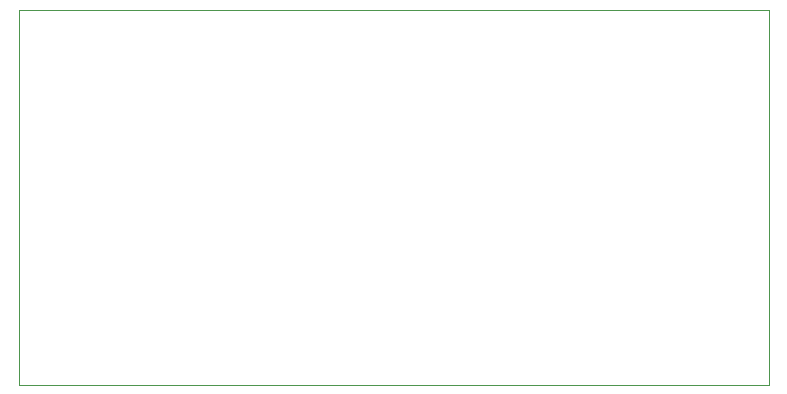
<source format=gko>
G75*
%MOIN*%
%OFA0B0*%
%FSLAX24Y24*%
%IPPOS*%
%LPD*%
%AMOC8*
5,1,8,0,0,1.08239X$1,22.5*
%
%ADD10C,0.0000*%
D10*
X000100Y000100D02*
X025100Y000100D01*
X025100Y012600D01*
X000100Y012600D01*
X000100Y000100D01*
M02*

</source>
